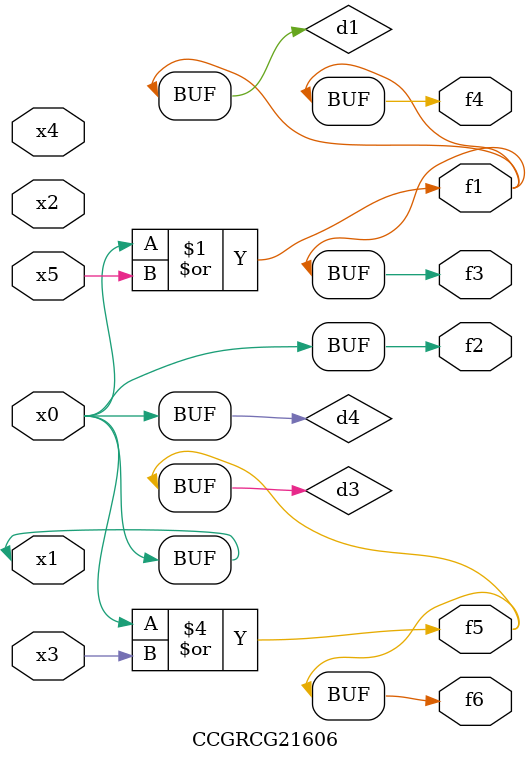
<source format=v>
module CCGRCG21606(
	input x0, x1, x2, x3, x4, x5,
	output f1, f2, f3, f4, f5, f6
);

	wire d1, d2, d3, d4;

	or (d1, x0, x5);
	xnor (d2, x1, x4);
	or (d3, x0, x3);
	buf (d4, x0, x1);
	assign f1 = d1;
	assign f2 = d4;
	assign f3 = d1;
	assign f4 = d1;
	assign f5 = d3;
	assign f6 = d3;
endmodule

</source>
